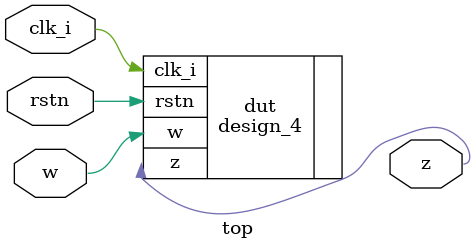
<source format=sv>
module top(
	input logic clk_i,
	input logic rstn,
	input logic w,
	output logic z
);
	design_4 dut(
		.clk_i (clk_i),
		.rstn (rstn),
		.w (w),
		.z (z)
	);
endmodule : top

</source>
